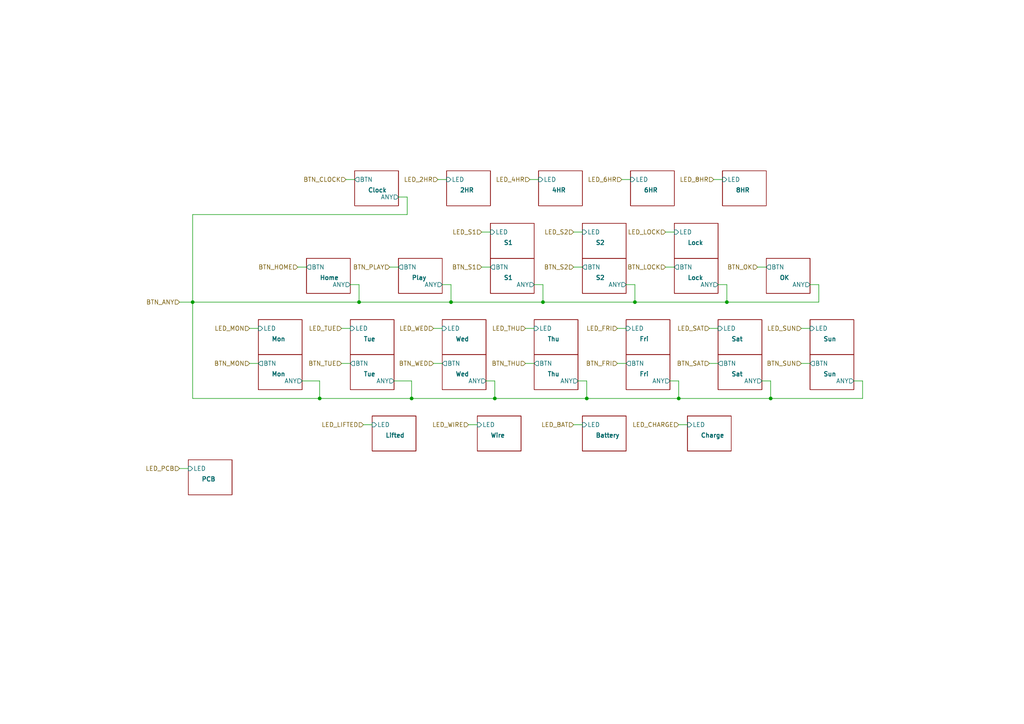
<source format=kicad_sch>
(kicad_sch (version 20211123) (generator eeschema)
  (paper "A4")
  (lib_symbols)
  (junction (at 130.81 87.63))
  (junction (at 92.71 115.57))
  (junction (at 170.18 115.57))
  (junction (at 143.51 115.57))
  (junction (at 184.15 87.63))
  (junction (at 210.82 87.63))
  (junction (at 223.52 115.57))
  (junction (at 119.38 115.57))
  (junction (at 55.88 87.63))
  (junction (at 196.85 115.57))
  (junction (at 104.14 87.63))
  (junction (at 157.48 87.63))
  (wire (pts (xy 99.06 105.41) (xy 101.6 105.41)))
  (wire (pts (xy 114.3 110.49) (xy 119.38 110.49)))
  (wire (pts (xy 167.64 110.49) (xy 170.18 110.49)))
  (wire (pts (xy 92.71 110.49) (xy 87.63 110.49)))
  (wire (pts (xy 92.71 115.57) (xy 55.88 115.57)))
  (wire (pts (xy 166.37 77.47) (xy 168.91 77.47)))
  (wire (pts (xy 205.74 95.25) (xy 208.28 95.25)))
  (wire (pts (xy 104.14 87.63) (xy 130.81 87.63)))
  (wire (pts (xy 130.81 87.63) (xy 157.48 87.63)))
  (wire (pts (xy 125.73 105.41) (xy 128.27 105.41)))
  (wire (pts (xy 196.85 115.57) (xy 223.52 115.57)))
  (wire (pts (xy 55.88 62.23) (xy 55.88 87.63)))
  (wire (pts (xy 100.33 52.07) (xy 102.87 52.07)))
  (wire (pts (xy 99.06 95.25) (xy 101.6 95.25)))
  (wire (pts (xy 247.65 110.49) (xy 250.19 110.49)))
  (wire (pts (xy 157.48 87.63) (xy 157.48 82.55)))
  (wire (pts (xy 101.6 82.55) (xy 104.14 82.55)))
  (wire (pts (xy 92.71 115.57) (xy 92.71 110.49)))
  (wire (pts (xy 184.15 87.63) (xy 157.48 87.63)))
  (wire (pts (xy 234.95 82.55) (xy 237.49 82.55)))
  (wire (pts (xy 193.04 77.47) (xy 195.58 77.47)))
  (wire (pts (xy 119.38 115.57) (xy 92.71 115.57)))
  (wire (pts (xy 105.41 123.19) (xy 107.95 123.19)))
  (wire (pts (xy 130.81 82.55) (xy 130.81 87.63)))
  (wire (pts (xy 52.07 135.89) (xy 54.61 135.89)))
  (wire (pts (xy 104.14 82.55) (xy 104.14 87.63)))
  (wire (pts (xy 237.49 87.63) (xy 210.82 87.63)))
  (wire (pts (xy 139.7 77.47) (xy 142.24 77.47)))
  (wire (pts (xy 113.03 77.47) (xy 115.57 77.47)))
  (wire (pts (xy 232.41 95.25) (xy 234.95 95.25)))
  (wire (pts (xy 208.28 82.55) (xy 210.82 82.55)))
  (wire (pts (xy 119.38 110.49) (xy 119.38 115.57)))
  (wire (pts (xy 52.07 87.63) (xy 55.88 87.63)))
  (wire (pts (xy 55.88 87.63) (xy 104.14 87.63)))
  (wire (pts (xy 237.49 82.55) (xy 237.49 87.63)))
  (wire (pts (xy 157.48 82.55) (xy 154.94 82.55)))
  (wire (pts (xy 127 52.07) (xy 129.54 52.07)))
  (wire (pts (xy 128.27 82.55) (xy 130.81 82.55)))
  (wire (pts (xy 220.98 110.49) (xy 223.52 110.49)))
  (wire (pts (xy 181.61 82.55) (xy 184.15 82.55)))
  (wire (pts (xy 115.57 57.15) (xy 118.11 57.15)))
  (wire (pts (xy 250.19 110.49) (xy 250.19 115.57)))
  (wire (pts (xy 118.11 57.15) (xy 118.11 62.23)))
  (wire (pts (xy 210.82 87.63) (xy 184.15 87.63)))
  (wire (pts (xy 152.4 95.25) (xy 154.94 95.25)))
  (wire (pts (xy 152.4 105.41) (xy 154.94 105.41)))
  (wire (pts (xy 125.73 95.25) (xy 128.27 95.25)))
  (wire (pts (xy 223.52 110.49) (xy 223.52 115.57)))
  (wire (pts (xy 143.51 115.57) (xy 170.18 115.57)))
  (wire (pts (xy 193.04 67.31) (xy 195.58 67.31)))
  (wire (pts (xy 118.11 62.23) (xy 55.88 62.23)))
  (wire (pts (xy 72.39 95.25) (xy 74.93 95.25)))
  (wire (pts (xy 170.18 115.57) (xy 196.85 115.57)))
  (wire (pts (xy 210.82 82.55) (xy 210.82 87.63)))
  (wire (pts (xy 219.71 77.47) (xy 222.25 77.47)))
  (wire (pts (xy 153.67 52.07) (xy 156.21 52.07)))
  (wire (pts (xy 143.51 110.49) (xy 143.51 115.57)))
  (wire (pts (xy 223.52 115.57) (xy 250.19 115.57)))
  (wire (pts (xy 72.39 105.41) (xy 74.93 105.41)))
  (wire (pts (xy 140.97 110.49) (xy 143.51 110.49)))
  (wire (pts (xy 86.36 77.47) (xy 88.9 77.47)))
  (wire (pts (xy 196.85 110.49) (xy 196.85 115.57)))
  (wire (pts (xy 166.37 67.31) (xy 168.91 67.31)))
  (wire (pts (xy 232.41 105.41) (xy 234.95 105.41)))
  (wire (pts (xy 180.34 52.07) (xy 182.88 52.07)))
  (wire (pts (xy 184.15 82.55) (xy 184.15 87.63)))
  (wire (pts (xy 194.31 110.49) (xy 196.85 110.49)))
  (wire (pts (xy 143.51 115.57) (xy 119.38 115.57)))
  (wire (pts (xy 179.07 95.25) (xy 181.61 95.25)))
  (wire (pts (xy 135.89 123.19) (xy 138.43 123.19)))
  (wire (pts (xy 205.74 105.41) (xy 208.28 105.41)))
  (wire (pts (xy 207.01 52.07) (xy 209.55 52.07)))
  (wire (pts (xy 196.85 123.19) (xy 199.39 123.19)))
  (wire (pts (xy 55.88 115.57) (xy 55.88 87.63)))
  (wire (pts (xy 179.07 105.41) (xy 181.61 105.41)))
  (wire (pts (xy 166.37 123.19) (xy 168.91 123.19)))
  (wire (pts (xy 170.18 110.49) (xy 170.18 115.57)))
  (wire (pts (xy 139.7 67.31) (xy 142.24 67.31)))
  (hierarchical_label "BTN_FRI" (shape input) (at 179.07 105.41 180))
  (hierarchical_label "LED_WED" (shape input) (at 125.73 95.25 180))
  (hierarchical_label "BTN_PLAY" (shape input) (at 113.03 77.47 180))
  (hierarchical_label "LED_LIFTED" (shape input) (at 105.41 123.19 180))
  (hierarchical_label "LED_CHARGE" (shape input) (at 196.85 123.19 180))
  (hierarchical_label "BTN_LOCK" (shape input) (at 193.04 77.47 180))
  (hierarchical_label "LED_S2" (shape input) (at 166.37 67.31 180))
  (hierarchical_label "BTN_HOME" (shape input) (at 86.36 77.47 180))
  (hierarchical_label "LED_8HR" (shape input) (at 207.01 52.07 180))
  (hierarchical_label "BTN_WED" (shape input) (at 125.73 105.41 180))
  (hierarchical_label "LED_SUN" (shape input) (at 232.41 95.25 180))
  (hierarchical_label "LED_S1" (shape input) (at 139.7 67.31 180))
  (hierarchical_label "BTN_CLOCK" (shape input) (at 100.33 52.07 180))
  (hierarchical_label "BTN_SUN" (shape input) (at 232.41 105.41 180))
  (hierarchical_label "LED_LOCK" (shape input) (at 193.04 67.31 180))
  (hierarchical_label "LED_THU" (shape input) (at 152.4 95.25 180))
  (hierarchical_label "LED_4HR" (shape input) (at 153.67 52.07 180))
  (hierarchical_label "BTN_TUE" (shape input) (at 99.06 105.41 180))
  (hierarchical_label "LED_SAT" (shape input) (at 205.74 95.25 180))
  (hierarchical_label "BTN_ANY" (shape input) (at 52.07 87.63 180))
  (hierarchical_label "BTN_S1" (shape input) (at 139.7 77.47 180))
  (hierarchical_label "BTN_THU" (shape input) (at 152.4 105.41 180))
  (hierarchical_label "BTN_OK" (shape input) (at 219.71 77.47 180))
  (hierarchical_label "LED_WIRE" (shape input) (at 135.89 123.19 180))
  (hierarchical_label "BTN_MON" (shape input) (at 72.39 105.41 180))
  (hierarchical_label "LED_TUE" (shape input) (at 99.06 95.25 180))
  (hierarchical_label "LED_MON" (shape input) (at 72.39 95.25 180))
  (hierarchical_label "LED_PCB" (shape input) (at 52.07 135.89 180))
  (hierarchical_label "BTN_SAT" (shape input) (at 205.74 105.41 180))
  (hierarchical_label "LED_6HR" (shape input) (at 180.34 52.07 180))
  (hierarchical_label "LED_BAT" (shape input) (at 166.37 123.19 180))
  (hierarchical_label "BTN_S2" (shape input) (at 166.37 77.47 180))
  (hierarchical_label "LED_2HR" (shape input) (at 127 52.07 180))
  (hierarchical_label "LED_FRI" (shape input) (at 179.07 95.25 180))
  (sheet (at 138.43 120.65) (size 12.7 10.16) (stroke (width 0.1524))
    (property "Sheet name" "Wire" (at 142.24 127 0) (effects (font bold) (justify left bottom)))
    (property "Sheet file" "led.kicad_sch" (effects hide))
    (pin "LED" input (at 138.43 123.19 180))
  )
  (sheet (at 168.91 74.93) (size 12.7 10.16) (stroke (width 0.1524))
    (property "Sheet name" "S2" (at 172.72 81.28 0) (effects (font bold) (justify left bottom)))
    (property "Sheet file" "btn.kicad_sch" (effects hide))
    (pin "BTN" output (at 168.91 77.47 180))
    (pin "ANY" output (at 181.61 82.55 0))
  )
  (sheet (at 142.24 64.77) (size 12.7 10.16) (stroke (width 0.1524))
    (property "Sheet name" "S1" (at 146.05 71.12 0) (effects (font bold) (justify left bottom)))
    (property "Sheet file" "led.kicad_sch" (effects hide))
    (pin "LED" input (at 142.24 67.31 180))
  )
  (sheet (at 107.95 120.65) (size 12.7 10.16) (stroke (width 0.1524))
    (property "Sheet name" "Lifted" (at 111.76 127 0) (effects (font bold) (justify left bottom)))
    (property "Sheet file" "led.kicad_sch" (effects hide))
    (pin "LED" input (at 107.95 123.19 180))
  )
  (sheet (at 168.91 64.77) (size 12.7 10.16) (stroke (width 0.1524))
    (property "Sheet name" "S2" (at 172.72 71.12 0) (effects (font bold) (justify left bottom)))
    (property "Sheet file" "led.kicad_sch" (effects hide))
    (pin "LED" input (at 168.91 67.31 180))
  )
  (sheet (at 128.27 92.71) (size 12.7 10.16) (stroke (width 0.1524))
    (property "Sheet name" "Wed" (at 132.08 99.06 0) (effects (font bold) (justify left bottom)))
    (property "Sheet file" "led.kicad_sch" (effects hide))
    (pin "LED" input (at 128.27 95.25 180))
  )
  (sheet (at 199.39 120.65) (size 12.7 10.16) (stroke (width 0.1524))
    (property "Sheet name" "Charge" (at 203.2 127 0) (effects (font bold) (justify left bottom)))
    (property "Sheet file" "led.kicad_sch" (effects hide))
    (pin "LED" input (at 199.39 123.19 180))
  )
  (sheet (at 156.21 49.53) (size 12.7 10.16) (stroke (width 0.1524))
    (property "Sheet name" "4HR" (at 160.02 55.88 0) (effects (font bold) (justify left bottom)))
    (property "Sheet file" "led.kicad_sch" (effects hide))
    (pin "LED" input (at 156.21 52.07 180))
  )
  (sheet (at 54.61 133.35) (size 12.7 10.16) (stroke (width 0.1524))
    (property "Sheet name" "PCB" (at 58.42 139.7 0) (effects (font bold) (justify left bottom)))
    (property "Sheet file" "led.kicad_sch" (effects hide))
    (pin "LED" input (at 54.61 135.89 180))
  )
  (sheet (at 234.95 92.71) (size 12.7 10.16) (stroke (width 0.1524))
    (property "Sheet name" "Sun" (at 238.76 99.06 0) (effects (font bold) (justify left bottom)))
    (property "Sheet file" "led.kicad_sch" (effects hide))
    (pin "LED" input (at 234.95 95.25 180))
  )
  (sheet (at 74.93 102.87) (size 12.7 10.16) (stroke (width 0.1524))
    (property "Sheet name" "Mon" (at 78.74 109.22 0) (effects (font bold) (justify left bottom)))
    (property "Sheet file" "btn.kicad_sch" (effects hide))
    (pin "BTN" output (at 74.93 105.41 180))
    (pin "ANY" output (at 87.63 110.49 0))
  )
  (sheet (at 101.6 102.87) (size 12.7 10.16) (stroke (width 0.1524))
    (property "Sheet name" "Tue" (at 105.41 109.22 0) (effects (font bold) (justify left bottom)))
    (property "Sheet file" "btn.kicad_sch" (effects hide))
    (pin "BTN" output (at 101.6 105.41 180))
    (pin "ANY" output (at 114.3 110.49 0))
  )
  (sheet (at 182.88 49.53) (size 12.7 10.16) (stroke (width 0.1524))
    (property "Sheet name" "6HR" (at 186.69 55.88 0) (effects (font bold) (justify left bottom)))
    (property "Sheet file" "led.kicad_sch" (effects hide))
    (pin "LED" input (at 182.88 52.07 180))
  )
  (sheet (at 142.24 74.93) (size 12.7 10.16) (stroke (width 0.1524))
    (property "Sheet name" "S1" (at 146.05 81.28 0) (effects (font bold) (justify left bottom)))
    (property "Sheet file" "btn.kicad_sch" (effects hide))
    (pin "BTN" output (at 142.24 77.47 180))
    (pin "ANY" output (at 154.94 82.55 0))
  )
  (sheet (at 88.9 74.93) (size 12.7 10.16) (stroke (width 0.1524))
    (property "Sheet name" "Home" (at 92.71 81.28 0) (effects (font bold) (justify left bottom)))
    (property "Sheet file" "btn.kicad_sch" (effects hide))
    (pin "BTN" output (at 88.9 77.47 180))
    (pin "ANY" output (at 101.6 82.55 0))
  )
  (sheet (at 181.61 102.87) (size 12.7 10.16) (stroke (width 0.1524))
    (property "Sheet name" "Fri" (at 185.42 109.22 0) (effects (font bold) (justify left bottom)))
    (property "Sheet file" "btn.kicad_sch" (effects hide))
    (pin "BTN" output (at 181.61 105.41 180))
    (pin "ANY" output (at 194.31 110.49 0))
  )
  (sheet (at 154.94 102.87) (size 12.7 10.16) (stroke (width 0.1524))
    (property "Sheet name" "Thu" (at 158.75 109.22 0) (effects (font bold) (justify left bottom)))
    (property "Sheet file" "btn.kicad_sch" (effects hide))
    (pin "BTN" output (at 154.94 105.41 180))
    (pin "ANY" output (at 167.64 110.49 0))
  )
  (sheet (at 181.61 92.71) (size 12.7 10.16) (stroke (width 0.1524))
    (property "Sheet name" "Fri" (at 185.42 99.06 0) (effects (font bold) (justify left bottom)))
    (property "Sheet file" "led.kicad_sch" (effects hide))
    (pin "LED" input (at 181.61 95.25 180))
  )
  (sheet (at 128.27 102.87) (size 12.7 10.16) (stroke (width 0.1524))
    (property "Sheet name" "Wed" (at 132.08 109.22 0) (effects (font bold) (justify left bottom)))
    (property "Sheet file" "btn.kicad_sch" (effects hide))
    (pin "BTN" output (at 128.27 105.41 180))
    (pin "ANY" output (at 140.97 110.49 0))
  )
  (sheet (at 74.93 92.71) (size 12.7 10.16) (stroke (width 0.1524))
    (property "Sheet name" "Mon" (at 78.74 99.06 0) (effects (font bold) (justify left bottom)))
    (property "Sheet file" "led.kicad_sch" (effects hide))
    (pin "LED" input (at 74.93 95.25 180))
  )
  (sheet (at 208.28 102.87) (size 12.7 10.16) (stroke (width 0.1524))
    (property "Sheet name" "Sat" (at 212.09 109.22 0) (effects (font bold) (justify left bottom)))
    (property "Sheet file" "btn.kicad_sch" (effects hide))
    (pin "BTN" output (at 208.28 105.41 180))
    (pin "ANY" output (at 220.98 110.49 0))
  )
  (sheet (at 209.55 49.53) (size 12.7 10.16) (stroke (width 0.1524))
    (property "Sheet name" "8HR" (at 213.36 55.88 0) (effects (font bold) (justify left bottom)))
    (property "Sheet file" "led.kicad_sch" (effects hide))
    (pin "LED" input (at 209.55 52.07 180))
  )
  (sheet (at 101.6 92.71) (size 12.7 10.16) (stroke (width 0.1524))
    (property "Sheet name" "Tue" (at 105.41 99.06 0) (effects (font bold) (justify left bottom)))
    (property "Sheet file" "led.kicad_sch" (effects hide))
    (pin "LED" input (at 101.6 95.25 180))
  )
  (sheet (at 195.58 74.93) (size 12.7 10.16) (stroke (width 0.1524))
    (property "Sheet name" "Lock" (at 199.39 81.28 0) (effects (font bold) (justify left bottom)))
    (property "Sheet file" "btn.kicad_sch" (effects hide))
    (pin "BTN" output (at 195.58 77.47 180))
    (pin "ANY" output (at 208.28 82.55 0))
  )
  (sheet (at 234.95 102.87) (size 12.7 10.16) (stroke (width 0.1524))
    (property "Sheet name" "Sun" (at 238.76 109.22 0) (effects (font bold) (justify left bottom)))
    (property "Sheet file" "btn.kicad_sch" (effects hide))
    (pin "BTN" output (at 234.95 105.41 180))
    (pin "ANY" output (at 247.65 110.49 0))
  )
  (sheet (at 102.87 49.53) (size 12.7 10.16) (stroke (width 0.1524))
    (property "Sheet name" "Clock" (at 106.68 55.88 0) (effects (font bold) (justify left bottom)))
    (property "Sheet file" "btn.kicad_sch" (effects hide))
    (pin "BTN" output (at 102.87 52.07 180))
    (pin "ANY" output (at 115.57 57.15 0))
  )
  (sheet (at 222.25 74.93) (size 12.7 10.16) (stroke (width 0.1524))
    (property "Sheet name" "OK" (at 226.06 81.28 0) (effects (font bold) (justify left bottom)))
    (property "Sheet file" "btn.kicad_sch" (effects hide))
    (pin "BTN" output (at 222.25 77.47 180))
    (pin "ANY" output (at 234.95 82.55 0))
  )
  (sheet (at 115.57 74.93) (size 12.7 10.16) (stroke (width 0.1524))
    (property "Sheet name" "Play" (at 119.38 81.28 0) (effects (font bold) (justify left bottom)))
    (property "Sheet file" "btn.kicad_sch" (effects hide))
    (pin "BTN" output (at 115.57 77.47 180))
    (pin "ANY" output (at 128.27 82.55 0))
  )
  (sheet (at 195.58 64.77) (size 12.7 10.16) (stroke (width 0.1524))
    (property "Sheet name" "Lock" (at 199.39 71.12 0) (effects (font bold) (justify left bottom)))
    (property "Sheet file" "led.kicad_sch" (effects hide))
    (pin "LED" input (at 195.58 67.31 180))
  )
  (sheet (at 129.54 49.53) (size 12.7 10.16) (stroke (width 0.1524))
    (property "Sheet name" "2HR" (at 133.35 55.88 0) (effects (font bold) (justify left bottom)))
    (property "Sheet file" "led.kicad_sch" (effects hide))
    (pin "LED" input (at 129.54 52.07 180))
  )
  (sheet (at 208.28 92.71) (size 12.7 10.16) (stroke (width 0.1524))
    (property "Sheet name" "Sat" (at 212.09 99.06 0) (effects (font bold) (justify left bottom)))
    (property "Sheet file" "led.kicad_sch" (effects hide))
    (pin "LED" input (at 208.28 95.25 180))
  )
  (sheet (at 168.91 120.65) (size 12.7 10.16) (stroke (width 0.1524))
    (property "Sheet name" "Battery" (at 172.72 127 0) (effects (font bold) (justify left bottom)))
    (property "Sheet file" "led.kicad_sch" (effects hide))
    (pin "LED" input (at 168.91 123.19 180))
  )
  (sheet (at 154.94 92.71) (size 12.7 10.16) (stroke (width 0.1524))
    (property "Sheet name" "Thu" (at 158.75 99.06 0) (effects (font bold) (justify left bottom)))
    (property "Sheet file" "led.kicad_sch" (effects hide))
    (pin "LED" input (at 154.94 95.25 180))
  )
)
</source>
